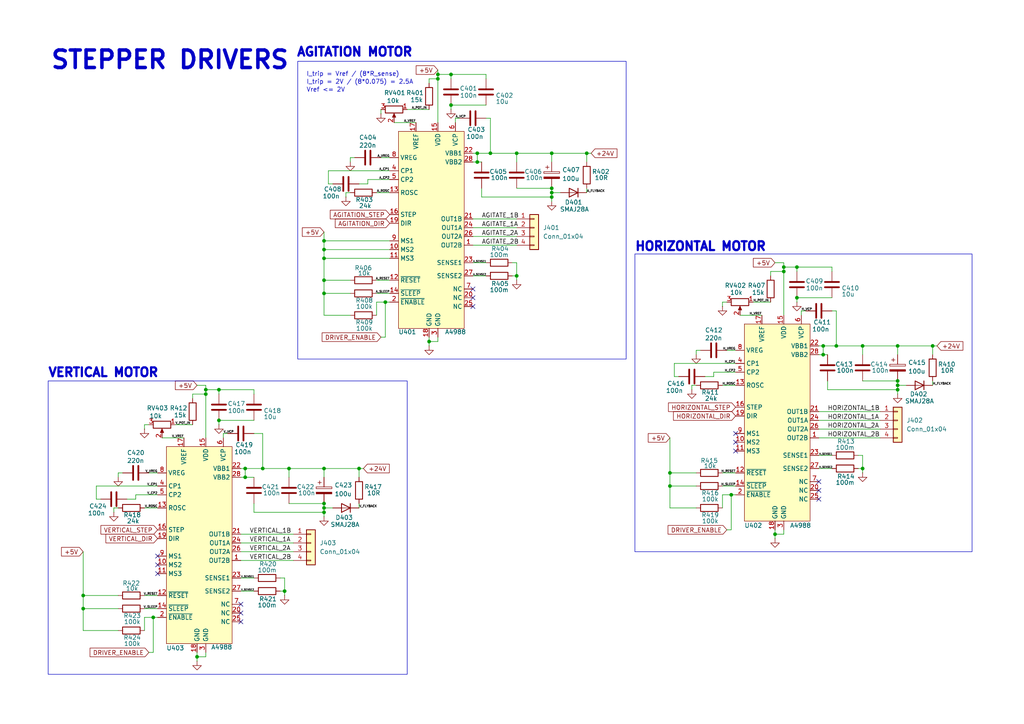
<source format=kicad_sch>
(kicad_sch (version 20250114) (generator "eeschema") (generator_version "9.0")
  (paper "A4")
  (lib_symbols
    (symbol "A4988_1"
      (property "Reference" "U" (at -7.874 20.066 0))
      (property "Value" "A4988" (at 7.366 -39.37 0))
      (symbol "A4988_1_1_1"
        (pin passive line (at -11.43 11.43 0) (length 2.54) (name "VREG") (number "8"))
        (pin input line (at -11.43 7.62 0) (length 2.54) (name "CP1") (number "4"))
        (pin input line (at -11.43 5.08 0) (length 2.54) (name "CP2") (number "5"))
        (pin input line (at -11.43 1.27 0) (length 2.54) (name "ROSC") (number "13"))
        (pin input line (at -11.43 -5.08 0) (length 2.54) (name "STEP") (number "16"))
        (pin input line (at -11.43 -7.62 0) (length 2.54) (name "DIR") (number "19"))
        (pin input line (at -11.43 -12.7 0) (length 2.54) (name "MS1") (number "9"))
        (pin input line (at -11.43 -15.24 0) (length 2.54) (name "MS2") (number "10"))
        (pin input line (at -11.43 -17.78 0) (length 2.54) (name "MS3") (number "11"))
        (pin input line (at -11.43 -24.13 0) (length 2.54) (name "~{RESET}") (number "12"))
        (pin input line (at -11.43 -27.94 0) (length 2.54) (name "~{SLEEP}") (number "14"))
        (pin input line (at -11.43 -30.48 0) (length 2.54) (name "~{ENABLE}") (number "2"))
        (pin passive line (at -3.81 21.59 270) (length 2.54) (name "VREF") (number "17"))
        (pin passive line (at 0 -40.64 90) (length 2.54) (name "GND") (number "18"))
        (pin passive line (at 0 -40.64 90) (length 2.54) (hide yes) (name "GND") (number "29"))
        (pin passive line (at 2.54 21.59 270) (length 2.54) (name "VDD") (number "15"))
        (pin passive line (at 2.54 -40.64 90) (length 2.54) (name "GND") (number "3"))
        (pin input line (at 7.62 21.59 270) (length 2.54) (name "VCP") (number "6"))
        (pin input line (at 12.7 12.7 180) (length 2.54) (name "VBB1") (number "22"))
        (pin input line (at 12.7 10.16 180) (length 2.54) (name "VBB2") (number "28"))
        (pin output line (at 12.7 -6.35 180) (length 2.54) (name "OUT1B") (number "21"))
        (pin output line (at 12.7 -8.89 180) (length 2.54) (name "OUT1A") (number "24"))
        (pin output line (at 12.7 -11.43 180) (length 2.54) (name "OUT2A") (number "26"))
        (pin output line (at 12.7 -13.97 180) (length 2.54) (name "OUT2B") (number "1"))
        (pin passive line (at 12.7 -19.05 180) (length 2.54) (name "SENSE1") (number "23"))
        (pin passive line (at 12.7 -22.86 180) (length 2.54) (name "SENSE2") (number "27"))
        (pin passive line (at 12.7 -26.67 180) (length 2.54) (name "NC") (number "7"))
        (pin passive line (at 12.7 -29.21 180) (length 2.54) (name "NC") (number "20"))
        (pin passive line (at 12.7 -31.75 180) (length 2.54) (name "NC") (number "25"))
      )
    )
    (symbol "A4988_2"
      (property "Reference" "U" (at -7.874 20.066 0))
      (property "Value" "A4988" (at 7.366 -39.37 0))
      (symbol "A4988_2_1_1"
        (pin passive line (at -11.43 11.43 0) (length 2.54) (name "VREG") (number "8"))
        (pin input line (at -11.43 7.62 0) (length 2.54) (name "CP1") (number "4"))
        (pin input line (at -11.43 5.08 0) (length 2.54) (name "CP2") (number "5"))
        (pin input line (at -11.43 1.27 0) (length 2.54) (name "ROSC") (number "13"))
        (pin input line (at -11.43 -5.08 0) (length 2.54) (name "STEP") (number "16"))
        (pin input line (at -11.43 -7.62 0) (length 2.54) (name "DIR") (number "19"))
        (pin input line (at -11.43 -12.7 0) (length 2.54) (name "MS1") (number "9"))
        (pin input line (at -11.43 -15.24 0) (length 2.54) (name "MS2") (number "10"))
        (pin input line (at -11.43 -17.78 0) (length 2.54) (name "MS3") (number "11"))
        (pin input line (at -11.43 -24.13 0) (length 2.54) (name "~{RESET}") (number "12"))
        (pin input line (at -11.43 -27.94 0) (length 2.54) (name "~{SLEEP}") (number "14"))
        (pin input line (at -11.43 -30.48 0) (length 2.54) (name "~{ENABLE}") (number "2"))
        (pin passive line (at -3.81 21.59 270) (length 2.54) (name "VREF") (number "17"))
        (pin passive line (at 0 -40.64 90) (length 2.54) (name "GND") (number "18"))
        (pin passive line (at 0 -40.64 90) (length 2.54) (hide yes) (name "GND") (number "29"))
        (pin passive line (at 2.54 21.59 270) (length 2.54) (name "VDD") (number "15"))
        (pin passive line (at 2.54 -40.64 90) (length 2.54) (name "GND") (number "3"))
        (pin input line (at 7.62 21.59 270) (length 2.54) (name "VCP") (number "6"))
        (pin input line (at 12.7 12.7 180) (length 2.54) (name "VBB1") (number "22"))
        (pin input line (at 12.7 10.16 180) (length 2.54) (name "VBB2") (number "28"))
        (pin output line (at 12.7 -6.35 180) (length 2.54) (name "OUT1B") (number "21"))
        (pin output line (at 12.7 -8.89 180) (length 2.54) (name "OUT1A") (number "24"))
        (pin output line (at 12.7 -11.43 180) (length 2.54) (name "OUT2A") (number "26"))
        (pin output line (at 12.7 -13.97 180) (length 2.54) (name "OUT2B") (number "1"))
        (pin passive line (at 12.7 -19.05 180) (length 2.54) (name "SENSE1") (number "23"))
        (pin passive line (at 12.7 -22.86 180) (length 2.54) (name "SENSE2") (number "27"))
        (pin passive line (at 12.7 -26.67 180) (length 2.54) (name "NC") (number "7"))
        (pin passive line (at 12.7 -29.21 180) (length 2.54) (name "NC") (number "20"))
        (pin passive line (at 12.7 -31.75 180) (length 2.54) (name "NC") (number "25"))
      )
    )
    (symbol "Connector_Generic:Conn_01x04" (pin_names (offset 1.016) (hide yes))
      (property "Reference" "J" (at 0 5.08 0))
      (property "Value" "Conn_01x04" (at 0 -7.62 0))
      (symbol "Conn_01x04_1_1"
        (pin passive line (at -5.08 2.54 0) (length 3.81) (name "Pin_1") (number "1"))
        (pin passive line (at -5.08 0 0) (length 3.81) (name "Pin_2") (number "2"))
        (pin passive line (at -5.08 -2.54 0) (length 3.81) (name "Pin_3") (number "3"))
        (pin passive line (at -5.08 -5.08 0) (length 3.81) (name "Pin_4") (number "4"))
      )
    )
    (symbol "Device:C" (pin_numbers (hide yes)) (pin_names (offset 0.254))
      (property "Reference" "C" (at 0.635 2.54 0))
      (property "Value" "C" (at 0.635 -2.54 0))
      (symbol "C_1_1"
        (pin passive line (at 0 3.81 270) (length 2.794) (name "~") (number "1"))
        (pin passive line (at 0 -3.81 90) (length 2.794) (name "~") (number "2"))
      )
    )
    (symbol "Device:C_Polarized" (pin_numbers (hide yes)) (pin_names (offset 0.254))
      (property "Reference" "C" (at 0.635 2.54 0))
      (property "Value" "C_Polarized" (at 0.635 -2.54 0))
      (symbol "C_Polarized_1_1"
        (pin passive line (at 0 3.81 270) (length 2.794) (name "~") (number "1"))
        (pin passive line (at 0 -3.81 90) (length 2.794) (name "~") (number "2"))
      )
    )
    (symbol "Device:D" (pin_numbers (hide yes)) (pin_names (offset 1.016) (hide yes))
      (property "Reference" "D" (at 0 2.54 0))
      (property "Value" "D" (at 0 -2.54 0))
      (symbol "D_1_1"
        (pin passive line (at -3.81 0 0) (length 2.54) (name "K") (number "1"))
        (pin passive line (at 3.81 0 180) (length 2.54) (name "A") (number "2"))
      )
    )
    (symbol "Device:R" (pin_numbers (hide yes)) (pin_names (offset 0))
      (property "Reference" "R" (at 2.032 0 90))
      (property "Value" "R" (at 0 0 90))
      (symbol "R_1_1"
        (pin passive line (at 0 3.81 270) (length 1.27) (name "~") (number "1"))
        (pin passive line (at 0 -3.81 90) (length 1.27) (name "~") (number "2"))
      )
    )
    (symbol "Device:R_Potentiometer" (pin_names (offset 1.016) (hide yes))
      (property "Reference" "RV" (at -4.445 0 90))
      (property "Value" "R_Potentiometer" (at -2.54 0 90))
      (symbol "R_Potentiometer_1_1"
        (pin passive line (at 0 3.81 270) (length 1.27) (name "1") (number "1"))
        (pin passive line (at 0 -3.81 90) (length 1.27) (name "3") (number "3"))
        (pin passive line (at 3.81 0 180) (length 1.27) (name "2") (number "2"))
      )
    )
    (symbol "a4988_symbol:A4988"
      (property "Reference" "U" (at -7.874 20.066 0))
      (property "Value" "A4988" (at 7.366 -39.37 0))
      (symbol "A4988_1_1"
        (pin passive line (at -11.43 11.43 0) (length 2.54) (name "VREG") (number "8"))
        (pin input line (at -11.43 7.62 0) (length 2.54) (name "CP1") (number "4"))
        (pin input line (at -11.43 5.08 0) (length 2.54) (name "CP2") (number "5"))
        (pin input line (at -11.43 1.27 0) (length 2.54) (name "ROSC") (number "13"))
        (pin input line (at -11.43 -5.08 0) (length 2.54) (name "STEP") (number "16"))
        (pin input line (at -11.43 -7.62 0) (length 2.54) (name "DIR") (number "19"))
        (pin input line (at -11.43 -12.7 0) (length 2.54) (name "MS1") (number "9"))
        (pin input line (at -11.43 -15.24 0) (length 2.54) (name "MS2") (number "10"))
        (pin input line (at -11.43 -17.78 0) (length 2.54) (name "MS3") (number "11"))
        (pin input line (at -11.43 -24.13 0) (length 2.54) (name "~{RESET}") (number "12"))
        (pin input line (at -11.43 -27.94 0) (length 2.54) (name "~{SLEEP}") (number "14"))
        (pin input line (at -11.43 -30.48 0) (length 2.54) (name "~{ENABLE}") (number "2"))
        (pin passive line (at -3.81 21.59 270) (length 2.54) (name "VREF") (number "17"))
        (pin passive line (at 0 -40.64 90) (length 2.54) (name "GND") (number "18"))
        (pin passive line (at 0 -40.64 90) (length 2.54) (hide yes) (name "GND") (number "29"))
        (pin passive line (at 2.54 21.59 270) (length 2.54) (name "VDD") (number "15"))
        (pin passive line (at 2.54 -40.64 90) (length 2.54) (name "GND") (number "3"))
        (pin input line (at 7.62 21.59 270) (length 2.54) (name "VCP") (number "6"))
        (pin input line (at 12.7 12.7 180) (length 2.54) (name "VBB1") (number "22"))
        (pin input line (at 12.7 10.16 180) (length 2.54) (name "VBB2") (number "28"))
        (pin output line (at 12.7 -6.35 180) (length 2.54) (name "OUT1B") (number "21"))
        (pin output line (at 12.7 -8.89 180) (length 2.54) (name "OUT1A") (number "24"))
        (pin output line (at 12.7 -11.43 180) (length 2.54) (name "OUT2A") (number "26"))
        (pin output line (at 12.7 -13.97 180) (length 2.54) (name "OUT2B") (number "1"))
        (pin passive line (at 12.7 -19.05 180) (length 2.54) (name "SENSE1") (number "23"))
        (pin passive line (at 12.7 -22.86 180) (length 2.54) (name "SENSE2") (number "27"))
        (pin passive line (at 12.7 -26.67 180) (length 2.54) (name "NC") (number "7"))
        (pin passive line (at 12.7 -29.21 180) (length 2.54) (name "NC") (number "20"))
        (pin passive line (at 12.7 -31.75 180) (length 2.54) (name "NC") (number "25"))
      )
    )
    (symbol "power:GND" (power) (pin_numbers (hide yes)) (pin_names (offset 0) (hide yes))
      (property "Value" "GND" (at 0 -3.81 0))
      (symbol "GND_1_1"
        (pin power_in line (at 0 0 270) (length 0) (name "~") (number "1"))
      )
    )
  )
  (rectangle (start 86.36 17.78) (end 181.61 104.14))
  (rectangle (start 184.15 73.66) (end 281.94 160.02))
  (rectangle (start 13.97 110.49) (end 118.11 195.58))
  (text "I_trip = Vref / (8*R_sense)" (at 102.362 21.59 0) (effects (font (size 1.27 1.27))))
  (text "Vref <= 2V" (at 94.488 26.162 0) (effects (font (size 1.27 1.27))))
  (text "VERTICAL MOTOR" (at 29.972 108.204 0) (effects (font (size 2.54 2.54) (thickness 1.016) (bold yes))))
  (text "AGITATION MOTOR" (at 102.87 15.24 0) (effects (font (size 2.54 2.54) (thickness 1.016) (bold yes))))
  (text "STEPPER DRIVERS" (at 49.276 17.526 0) (effects (font (size 5.08 5.08) (thickness 1.016) (bold yes))))
  (text "HORIZONTAL MOTOR" (at 203.2 71.628 0) (effects (font (size 2.54 2.54) (thickness 1.016) (bold yes))))
  (text "I_trip = 2V / (8*0.075) = 2.5A" (at 104.394 23.876 0) (effects (font (size 1.27 1.27))))
  (junction (at 242.57 100.33))
  (junction (at 194.31 137.16))
  (junction (at 231.14 86.36))
  (junction (at 111.76 87.63))
  (junction (at 76.2 135.89))
  (junction (at 124.46 99.06))
  (junction (at 138.43 46.99))
  (junction (at 250.19 100.33))
  (junction (at 71.12 138.43))
  (junction (at 194.31 140.97))
  (junction (at 160.02 44.45))
  (junction (at 130.81 21.59))
  (junction (at 260.35 110.49))
  (junction (at 63.5 121.92))
  (junction (at 231.14 77.47))
  (junction (at 170.18 44.45))
  (junction (at 93.98 74.93))
  (junction (at 24.13 176.53))
  (junction (at 93.98 72.39))
  (junction (at 260.35 100.33))
  (junction (at 127 21.59))
  (junction (at 270.51 100.33))
  (junction (at 130.81 30.48))
  (junction (at 238.76 100.33))
  (junction (at 227.33 77.47))
  (junction (at 160.02 54.61))
  (junction (at 93.98 146.05))
  (junction (at 59.69 114.3))
  (junction (at 83.82 135.89))
  (junction (at 238.76 102.87))
  (junction (at 149.86 80.01))
  (junction (at 82.55 171.45))
  (junction (at 93.98 69.85))
  (junction (at 149.86 44.45))
  (junction (at 138.43 44.45))
  (junction (at 224.79 154.94))
  (junction (at 212.09 143.51))
  (junction (at 93.98 135.89))
  (junction (at 93.98 85.09))
  (junction (at 44.45 179.07))
  (junction (at 142.24 44.45))
  (junction (at 93.98 148.59))
  (junction (at 160.02 55.88))
  (junction (at 160.02 57.15))
  (junction (at 250.19 135.89))
  (junction (at 63.5 113.03))
  (junction (at 260.35 111.76))
  (junction (at 93.98 81.28))
  (junction (at 260.35 113.03))
  (junction (at 93.98 147.32))
  (junction (at 227.33 78.74))
  (junction (at 71.12 135.89))
  (junction (at 57.15 190.5))
  (junction (at 127 22.86))
  (junction (at 59.69 113.03))
  (junction (at 104.14 135.89))
  (junction (at 24.13 172.72))
  (no_connect (at 237.49 139.7))
  (no_connect (at 45.72 163.83))
  (no_connect (at 213.36 130.81))
  (no_connect (at 137.16 83.82))
  (no_connect (at 137.16 86.36))
  (no_connect (at 213.36 125.73))
  (no_connect (at 213.36 128.27))
  (no_connect (at 45.72 161.29))
  (no_connect (at 137.16 88.9))
  (no_connect (at 69.85 180.34))
  (no_connect (at 45.72 166.37))
  (no_connect (at 69.85 177.8))
  (no_connect (at 237.49 144.78))
  (no_connect (at 69.85 175.26))
  (no_connect (at 237.49 142.24))
  (wire (pts (xy 43.18 123.19) (xy 41.91 123.19)))
  (wire (pts (xy 64.77 125.73) (xy 66.04 125.73)))
  (wire (pts (xy 237.49 132.08) (xy 241.3 132.08)))
  (wire (pts (xy 132.08 35.56) (xy 132.08 34.29)))
  (wire (pts (xy 93.98 148.59) (xy 93.98 149.86)))
  (wire (pts (xy 240.03 113.03) (xy 260.35 113.03)))
  (wire (pts (xy 113.03 72.39) (xy 93.98 72.39)))
  (wire (pts (xy 212.09 143.51) (xy 212.09 153.67)))
  (wire (pts (xy 231.14 77.47) (xy 231.14 78.74)))
  (wire (pts (xy 238.76 100.33) (xy 242.57 100.33)))
  (wire (pts (xy 39.37 143.51) (xy 39.37 144.78)))
  (wire (pts (xy 201.93 101.6) (xy 203.2 101.6)))
  (wire (pts (xy 27.94 140.97) (xy 27.94 144.78)))
  (wire (pts (xy 27.94 140.97) (xy 45.72 140.97)))
  (wire (pts (xy 194.31 147.32) (xy 194.31 140.97)))
  (wire (pts (xy 238.76 102.87) (xy 240.03 102.87)))
  (wire (pts (xy 170.18 44.45) (xy 170.18 46.99)))
  (wire (pts (xy 57.15 111.76) (xy 59.69 111.76)))
  (wire (pts (xy 223.52 78.74) (xy 227.33 78.74)))
  (wire (pts (xy 140.97 34.29) (xy 142.24 34.29)))
  (wire (pts (xy 209.55 87.63) (xy 209.55 88.9)))
  (wire (pts (xy 250.19 100.33) (xy 250.19 102.87)))
  (wire (pts (xy 114.3 35.56) (xy 120.65 35.56)))
  (wire (pts (xy 111.76 87.63) (xy 113.03 87.63)))
  (wire (pts (xy 201.93 147.32) (xy 194.31 147.32)))
  (wire (pts (xy 109.22 87.63) (xy 109.22 91.44)))
  (wire (pts (xy 41.91 123.19) (xy 41.91 124.46)))
  (wire (pts (xy 100.33 55.88) (xy 100.33 57.15)))
  (wire (pts (xy 39.37 143.51) (xy 45.72 143.51)))
  (wire (pts (xy 59.69 190.5) (xy 57.15 190.5)))
  (wire (pts (xy 270.51 100.33) (xy 271.78 100.33)))
  (wire (pts (xy 270.51 110.49) (xy 270.51 111.76)))
  (wire (pts (xy 130.81 30.48) (xy 130.81 31.75)))
  (wire (pts (xy 224.79 153.67) (xy 224.79 154.94)))
  (wire (pts (xy 137.16 71.12) (xy 149.86 71.12)))
  (wire (pts (xy 231.14 86.36) (xy 241.3 86.36)))
  (wire (pts (xy 170.18 44.45) (xy 171.45 44.45)))
  (wire (pts (xy 237.49 135.89) (xy 241.3 135.89)))
  (wire (pts (xy 34.29 137.16) (xy 35.56 137.16)))
  (wire (pts (xy 93.98 74.93) (xy 93.98 72.39)))
  (wire (pts (xy 76.2 125.73) (xy 76.2 135.89)))
  (wire (pts (xy 73.66 146.05) (xy 73.66 148.59)))
  (wire (pts (xy 149.86 80.01) (xy 149.86 81.28)))
  (wire (pts (xy 36.83 144.78) (xy 39.37 144.78)))
  (wire (pts (xy 209.55 137.16) (xy 213.36 137.16)))
  (wire (pts (xy 250.19 100.33) (xy 260.35 100.33)))
  (wire (pts (xy 24.13 160.02) (xy 24.13 172.72)))
  (wire (pts (xy 59.69 114.3) (xy 59.69 113.03)))
  (wire (pts (xy 41.91 172.72) (xy 45.72 172.72)))
  (wire (pts (xy 111.76 87.63) (xy 111.76 97.79)))
  (wire (pts (xy 227.33 91.44) (xy 227.33 78.74)))
  (wire (pts (xy 93.98 135.89) (xy 93.98 138.43)))
  (wire (pts (xy 194.31 140.97) (xy 194.31 137.16)))
  (wire (pts (xy 127 99.06) (xy 124.46 99.06)))
  (wire (pts (xy 104.14 146.05) (xy 104.14 147.32)))
  (wire (pts (xy 83.82 146.05) (xy 93.98 146.05)))
  (wire (pts (xy 101.6 91.44) (xy 93.98 91.44)))
  (wire (pts (xy 270.51 100.33) (xy 260.35 100.33)))
  (wire (pts (xy 34.29 147.32) (xy 33.02 147.32)))
  (wire (pts (xy 237.49 119.38) (xy 255.27 119.38)))
  (wire (pts (xy 57.15 189.23) (xy 57.15 190.5)))
  (wire (pts (xy 237.49 121.92) (xy 255.27 121.92)))
  (wire (pts (xy 250.19 135.89) (xy 250.19 137.16)))
  (wire (pts (xy 227.33 76.2) (xy 227.33 77.47)))
  (wire (pts (xy 124.46 22.86) (xy 127 22.86)))
  (wire (pts (xy 260.35 113.03) (xy 260.35 114.3)))
  (wire (pts (xy 260.35 110.49) (xy 260.35 111.76)))
  (wire (pts (xy 24.13 176.53) (xy 24.13 172.72)))
  (wire (pts (xy 43.18 137.16) (xy 45.72 137.16)))
  (wire (pts (xy 55.88 114.3) (xy 55.88 115.57)))
  (wire (pts (xy 109.22 55.88) (xy 113.03 55.88)))
  (wire (pts (xy 142.24 34.29) (xy 142.24 44.45)))
  (wire (pts (xy 224.79 154.94) (xy 224.79 156.21)))
  (wire (pts (xy 209.55 143.51) (xy 209.55 147.32)))
  (wire (pts (xy 34.29 138.43) (xy 34.29 137.16)))
  (wire (pts (xy 130.81 21.59) (xy 130.81 22.86)))
  (wire (pts (xy 82.55 167.64) (xy 82.55 171.45)))
  (wire (pts (xy 270.51 100.33) (xy 270.51 102.87)))
  (wire (pts (xy 113.03 74.93) (xy 93.98 74.93)))
  (wire (pts (xy 57.15 190.5) (xy 57.15 191.77)))
  (wire (pts (xy 106.68 52.07) (xy 113.03 52.07)))
  (wire (pts (xy 110.49 31.75) (xy 110.49 33.02)))
  (wire (pts (xy 124.46 97.79) (xy 124.46 99.06)))
  (wire (pts (xy 44.45 179.07) (xy 45.72 179.07)))
  (wire (pts (xy 113.03 69.85) (xy 93.98 69.85)))
  (wire (pts (xy 44.45 179.07) (xy 44.45 189.23)))
  (wire (pts (xy 207.01 107.95) (xy 207.01 109.22)))
  (wire (pts (xy 64.77 127) (xy 64.77 125.73)))
  (wire (pts (xy 27.94 144.78) (xy 29.21 144.78)))
  (wire (pts (xy 59.69 113.03) (xy 63.5 113.03)))
  (wire (pts (xy 127 21.59) (xy 127 22.86)))
  (wire (pts (xy 242.57 90.17) (xy 242.57 100.33)))
  (wire (pts (xy 248.92 135.89) (xy 250.19 135.89)))
  (wire (pts (xy 237.49 102.87) (xy 238.76 102.87)))
  (wire (pts (xy 248.92 132.08) (xy 250.19 132.08)))
  (wire (pts (xy 148.59 80.01) (xy 149.86 80.01)))
  (wire (pts (xy 101.6 45.72) (xy 102.87 45.72)))
  (wire (pts (xy 63.5 113.03) (xy 63.5 114.3)))
  (wire (pts (xy 160.02 55.88) (xy 160.02 57.15)))
  (wire (pts (xy 238.76 100.33) (xy 238.76 102.87)))
  (wire (pts (xy 118.11 31.75) (xy 124.46 31.75)))
  (wire (pts (xy 69.85 157.48) (xy 85.09 157.48)))
  (wire (pts (xy 93.98 72.39) (xy 93.98 69.85)))
  (wire (pts (xy 95.25 49.53) (xy 113.03 49.53)))
  (wire (pts (xy 44.45 189.23) (xy 43.18 189.23)))
  (wire (pts (xy 71.12 135.89) (xy 69.85 135.89)))
  (wire (pts (xy 71.12 138.43) (xy 73.66 138.43)))
  (wire (pts (xy 218.44 87.63) (xy 223.52 87.63)))
  (wire (pts (xy 101.6 55.88) (xy 100.33 55.88)))
  (wire (pts (xy 127 22.86) (xy 127 35.56)))
  (wire (pts (xy 138.43 46.99) (xy 139.7 46.99)))
  (wire (pts (xy 200.66 111.76) (xy 200.66 113.03)))
  (wire (pts (xy 124.46 99.06) (xy 124.46 100.33)))
  (wire (pts (xy 109.22 85.09) (xy 113.03 85.09)))
  (wire (pts (xy 127 21.59) (xy 130.81 21.59)))
  (wire (pts (xy 170.18 44.45) (xy 160.02 44.45)))
  (wire (pts (xy 142.24 44.45) (xy 149.86 44.45)))
  (wire (pts (xy 194.31 127) (xy 194.31 137.16)))
  (wire (pts (xy 137.16 66.04) (xy 149.86 66.04)))
  (wire (pts (xy 81.28 171.45) (xy 82.55 171.45)))
  (wire (pts (xy 24.13 172.72) (xy 34.29 172.72)))
  (wire (pts (xy 109.22 87.63) (xy 111.76 87.63)))
  (wire (pts (xy 101.6 46.99) (xy 101.6 45.72)))
  (wire (pts (xy 132.08 34.29) (xy 133.35 34.29)))
  (wire (pts (xy 240.03 110.49) (xy 240.03 113.03)))
  (wire (pts (xy 212.09 153.67) (xy 210.82 153.67)))
  (wire (pts (xy 238.76 100.33) (xy 237.49 100.33)))
  (wire (pts (xy 73.66 113.03) (xy 73.66 114.3)))
  (wire (pts (xy 73.66 148.59) (xy 93.98 148.59)))
  (wire (pts (xy 69.85 160.02) (xy 85.09 160.02)))
  (wire (pts (xy 93.98 81.28) (xy 93.98 74.93)))
  (wire (pts (xy 69.85 162.56) (xy 85.09 162.56)))
  (wire (pts (xy 210.82 87.63) (xy 209.55 87.63)))
  (wire (pts (xy 69.85 154.94) (xy 85.09 154.94)))
  (wire (pts (xy 195.58 109.22) (xy 196.85 109.22)))
  (wire (pts (xy 160.02 54.61) (xy 160.02 55.88)))
  (wire (pts (xy 93.98 146.05) (xy 93.98 147.32)))
  (wire (pts (xy 81.28 167.64) (xy 82.55 167.64)))
  (wire (pts (xy 95.25 53.34) (xy 96.52 53.34)))
  (wire (pts (xy 59.69 111.76) (xy 59.69 113.03)))
  (wire (pts (xy 227.33 154.94) (xy 224.79 154.94)))
  (wire (pts (xy 194.31 140.97) (xy 201.93 140.97)))
  (wire (pts (xy 231.14 77.47) (xy 241.3 77.47)))
  (wire (pts (xy 95.25 49.53) (xy 95.25 53.34)))
  (wire (pts (xy 69.85 171.45) (xy 73.66 171.45)))
  (wire (pts (xy 104.14 135.89) (xy 104.14 138.43)))
  (wire (pts (xy 104.14 135.89) (xy 93.98 135.89)))
  (wire (pts (xy 24.13 176.53) (xy 34.29 176.53)))
  (wire (pts (xy 59.69 127) (xy 59.69 114.3)))
  (wire (pts (xy 138.43 44.45) (xy 142.24 44.45)))
  (wire (pts (xy 110.49 45.72) (xy 113.03 45.72)))
  (wire (pts (xy 140.97 21.59) (xy 140.97 22.86)))
  (wire (pts (xy 33.02 147.32) (xy 33.02 148.59)))
  (wire (pts (xy 46.99 127) (xy 53.34 127)))
  (wire (pts (xy 93.98 147.32) (xy 96.52 147.32)))
  (wire (pts (xy 109.22 81.28) (xy 113.03 81.28)))
  (wire (pts (xy 195.58 105.41) (xy 195.58 109.22)))
  (wire (pts (xy 241.3 77.47) (xy 241.3 78.74)))
  (wire (pts (xy 83.82 135.89) (xy 93.98 135.89)))
  (wire (pts (xy 149.86 54.61) (xy 160.02 54.61)))
  (wire (pts (xy 63.5 113.03) (xy 73.66 113.03)))
  (wire (pts (xy 63.5 121.92) (xy 63.5 123.19)))
  (wire (pts (xy 63.5 121.92) (xy 73.66 121.92)))
  (wire (pts (xy 83.82 135.89) (xy 83.82 138.43)))
  (wire (pts (xy 104.14 53.34) (xy 106.68 53.34)))
  (wire (pts (xy 41.91 176.53) (xy 45.72 176.53)))
  (wire (pts (xy 139.7 57.15) (xy 160.02 57.15)))
  (wire (pts (xy 139.7 54.61) (xy 139.7 57.15)))
  (wire (pts (xy 212.09 143.51) (xy 213.36 143.51)))
  (wire (pts (xy 93.98 147.32) (xy 93.98 148.59)))
  (wire (pts (xy 69.85 167.64) (xy 73.66 167.64)))
  (wire (pts (xy 210.82 101.6) (xy 213.36 101.6)))
  (wire (pts (xy 24.13 182.88) (xy 24.13 176.53)))
  (wire (pts (xy 138.43 44.45) (xy 138.43 46.99)))
  (wire (pts (xy 93.98 85.09) (xy 93.98 81.28)))
  (wire (pts (xy 34.29 182.88) (xy 24.13 182.88)))
  (wire (pts (xy 237.49 127) (xy 255.27 127)))
  (wire (pts (xy 232.41 91.44) (xy 232.41 90.17)))
  (wire (pts (xy 227.33 77.47) (xy 231.14 77.47)))
  (wire (pts (xy 201.93 111.76) (xy 200.66 111.76)))
  (wire (pts (xy 231.14 86.36) (xy 231.14 87.63)))
  (wire (pts (xy 41.91 179.07) (xy 44.45 179.07)))
  (wire (pts (xy 149.86 76.2) (xy 149.86 80.01)))
  (wire (pts (xy 194.31 137.16) (xy 201.93 137.16)))
  (wire (pts (xy 41.91 147.32) (xy 45.72 147.32)))
  (wire (pts (xy 93.98 85.09) (xy 101.6 85.09)))
  (wire (pts (xy 104.14 135.89) (xy 105.41 135.89)))
  (wire (pts (xy 73.66 125.73) (xy 76.2 125.73)))
  (wire (pts (xy 209.55 143.51) (xy 212.09 143.51)))
  (wire (pts (xy 137.16 63.5) (xy 149.86 63.5)))
  (wire (pts (xy 137.16 80.01) (xy 140.97 80.01)))
  (wire (pts (xy 69.85 138.43) (xy 71.12 138.43)))
  (wire (pts (xy 209.55 140.97) (xy 213.36 140.97)))
  (wire (pts (xy 55.88 114.3) (xy 59.69 114.3)))
  (wire (pts (xy 201.93 102.87) (xy 201.93 101.6)))
  (wire (pts (xy 50.8 123.19) (xy 55.88 123.19)))
  (wire (pts (xy 170.18 54.61) (xy 170.18 55.88)))
  (wire (pts (xy 250.19 132.08) (xy 250.19 135.89)))
  (wire (pts (xy 59.69 189.23) (xy 59.69 190.5)))
  (wire (pts (xy 71.12 135.89) (xy 76.2 135.89)))
  (wire (pts (xy 82.55 171.45) (xy 82.55 172.72)))
  (wire (pts (xy 124.46 24.13) (xy 124.46 22.86)))
  (wire (pts (xy 130.81 21.59) (xy 140.97 21.59)))
  (wire (pts (xy 232.41 90.17) (xy 233.68 90.17)))
  (wire (pts (xy 209.55 111.76) (xy 213.36 111.76)))
  (wire (pts (xy 127 97.79) (xy 127 99.06)))
  (wire (pts (xy 160.02 57.15) (xy 160.02 58.42)))
  (wire (pts (xy 110.49 97.79) (xy 111.76 97.79)))
  (wire (pts (xy 130.81 30.48) (xy 140.97 30.48)))
  (wire (pts (xy 207.01 107.95) (xy 213.36 107.95)))
  (wire (pts (xy 250.19 110.49) (xy 260.35 110.49)))
  (wire (pts (xy 224.79 76.2) (xy 227.33 76.2)))
  (wire (pts (xy 93.98 67.31) (xy 93.98 69.85)))
  (wire (pts (xy 149.86 44.45) (xy 160.02 44.45)))
  (wire (pts (xy 160.02 55.88) (xy 162.56 55.88)))
  (wire (pts (xy 260.35 111.76) (xy 262.89 111.76)))
  (wire (pts (xy 223.52 78.74) (xy 223.52 80.01)))
  (wire (pts (xy 160.02 44.45) (xy 160.02 46.99)))
  (wire (pts (xy 137.16 76.2) (xy 140.97 76.2)))
  (wire (pts (xy 137.16 46.99) (xy 138.43 46.99)))
  (wire (pts (xy 148.59 76.2) (xy 149.86 76.2)))
  (wire (pts (xy 237.49 124.46) (xy 255.27 124.46)))
  (wire (pts (xy 260.35 100.33) (xy 260.35 102.87)))
  (wire (pts (xy 137.16 68.58) (xy 149.86 68.58)))
  (wire (pts (xy 93.98 81.28) (xy 101.6 81.28)))
  (wire (pts (xy 195.58 105.41) (xy 213.36 105.41)))
  (wire (pts (xy 76.2 135.89) (xy 83.82 135.89)))
  (wire (pts (xy 260.35 111.76) (xy 260.35 113.03)))
  (wire (pts (xy 214.63 91.44) (xy 220.98 91.44)))
  (wire (pts (xy 138.43 44.45) (xy 137.16 44.45)))
  (wire (pts (xy 41.91 179.07) (xy 41.91 182.88)))
  (wire (pts (xy 241.3 90.17) (xy 242.57 90.17)))
  (wire (pts (xy 227.33 78.74) (xy 227.33 77.47)))
  (wire (pts (xy 242.57 100.33) (xy 250.19 100.33)))
  (wire (pts (xy 204.47 109.22) (xy 207.01 109.22)))
  (wire (pts (xy 227.33 153.67) (xy 227.33 154.94)))
  (wire (pts (xy 93.98 91.44) (xy 93.98 85.09)))
  (wire (pts (xy 149.86 44.45) (xy 149.86 46.99)))
  (wire (pts (xy 127 20.32) (xy 127 21.59)))
  (wire (pts (xy 106.68 52.07) (xy 106.68 53.34)))
  (wire (pts (xy 71.12 135.89) (xy 71.12 138.43)))
  (label "V_CP2" (at 45.72 143.51 180) (effects (font (size 0.635 0.635))))
  (label "H_RESET" (at 213.36 137.16 180) (effects (font (size 0.635 0.635))))
  (label "AGITATE_2B" (at 139.7 71.12 0))
  (label "VERTICAL_2A" (at 72.39 160.02 0))
  (label "HORIZONTAL_1B" (at 240.03 119.38 0))
  (label "AGITATE_1A" (at 139.7 66.04 0))
  (label "V_RESET" (at 45.72 172.72 180) (effects (font (size 0.635 0.635))))
  (label "H_SENSE2" (at 237.49 135.89 0) (effects (font (size 0.508 0.508))))
  (label "H_SLEEP" (at 213.36 140.97 180) (effects (font (size 0.635 0.635))))
  (label "A_SENSE2" (at 137.16 80.01 0) (effects (font (size 0.508 0.508))))
  (label "V_VCP" (at 64.77 125.73 0) (effects (font (size 0.635 0.635))))
  (label "V_FLYBACK" (at 104.14 147.32 0) (effects (font (size 0.635 0.635))))
  (label "A_CP1" (at 113.03 49.53 180) (effects (font (size 0.635 0.635))))
  (label "HORIZONTAL_2B" (at 240.03 127 0))
  (label "A_POT_IN" (at 119.38 31.75 0) (effects (font (size 0.635 0.635))))
  (label "H_CP1" (at 213.36 105.41 180) (effects (font (size 0.635 0.635))))
  (label "H_VREG" (at 213.36 101.6 180) (effects (font (size 0.635 0.635))))
  (label "A_SENSE1" (at 137.16 76.2 0) (effects (font (size 0.508 0.508))))
  (label "VERTICAL_1A" (at 72.39 157.48 0))
  (label "A_RESET" (at 113.03 81.28 180) (effects (font (size 0.635 0.635))))
  (label "V_ROSC" (at 45.72 147.32 180) (effects (font (size 0.635 0.635))))
  (label "V_SENSE1" (at 69.85 167.64 0) (effects (font (size 0.508 0.508))))
  (label "AGITATE_2A" (at 139.7 68.58 0))
  (label "V_VREG" (at 45.72 137.16 180) (effects (font (size 0.635 0.635))))
  (label "H_CP2" (at 213.36 107.95 180) (effects (font (size 0.635 0.635))))
  (label "A_VREG" (at 113.03 45.72 180) (effects (font (size 0.635 0.635))))
  (label "V_VREF" (at 53.34 127 180) (effects (font (size 0.635 0.635))))
  (label "A_SLEEP" (at 113.03 85.09 180) (effects (font (size 0.635 0.635))))
  (label "VERTICAL_1B" (at 72.39 154.94 0))
  (label "VERTICAL_2B" (at 72.39 162.56 0))
  (label "A_ROSC" (at 113.03 55.88 180) (effects (font (size 0.635 0.635))))
  (label "A_VREF" (at 120.65 35.56 180) (effects (font (size 0.635 0.635))))
  (label "HORIZONTAL_2A" (at 240.03 124.46 0))
  (label "V_CP1" (at 45.72 140.97 180) (effects (font (size 0.635 0.635))))
  (label "A_VCP" (at 132.08 34.29 0) (effects (font (size 0.635 0.635))))
  (label "AGITATE_1B" (at 139.7 63.5 0))
  (label "A_CP2" (at 113.03 52.07 180) (effects (font (size 0.635 0.635))))
  (label "A_FLYBACK" (at 170.18 55.88 0) (effects (font (size 0.635 0.635))))
  (label "V_POT_IN" (at 50.8 123.19 0) (effects (font (size 0.635 0.635))))
  (label "H_VCP" (at 232.41 90.17 0) (effects (font (size 0.635 0.635))))
  (label "H_POT_IN" (at 218.44 87.63 0) (effects (font (size 0.635 0.635))))
  (label "V_SLEEP" (at 45.72 176.53 180) (effects (font (size 0.635 0.635))))
  (label "H_VREF" (at 220.98 91.44 180) (effects (font (size 0.635 0.635))))
  (label "HORIZONTAL_1A" (at 240.03 121.92 0))
  (label "H_ROSC" (at 213.36 111.76 180) (effects (font (size 0.635 0.635))))
  (label "V_SENSE2" (at 69.85 171.45 0) (effects (font (size 0.508 0.508))))
  (label "H_FLYBACK" (at 270.51 111.76 0) (effects (font (size 0.635 0.635))))
  (label "H_SENSE1" (at 237.49 132.08 0) (effects (font (size 0.508 0.508))))
  (global_label "+5V" (shape input) (at 194.31 127 180) (property "Intersheetrefs" "${INTERSHEET_REFS}" (effects (hide yes))))
  (global_label "+24V" (shape input) (at 171.45 44.45 0) (property "Intersheetrefs" "${INTERSHEET_REFS}" (effects (hide yes))))
  (global_label "VERTICAL_DIR" (shape input) (at 45.72 156.21 180) (property "Intersheetrefs" "${INTERSHEET_REFS}" (effects (hide yes))))
  (global_label "+5V" (shape input) (at 57.15 111.76 180) (property "Intersheetrefs" "${INTERSHEET_REFS}" (effects (hide yes))))
  (global_label "+24V" (shape input) (at 271.78 100.33 0) (property "Intersheetrefs" "${INTERSHEET_REFS}" (effects (hide yes))))
  (global_label "DRIVER_ENABLE" (shape input) (at 210.82 153.67 180) (property "Intersheetrefs" "${INTERSHEET_REFS}" (effects (hide yes))))
  (global_label "AGITATION_STEP" (shape input) (at 113.03 62.23 180) (property "Intersheetrefs" "${INTERSHEET_REFS}" (effects (hide yes))))
  (global_label "+5V" (shape input) (at 224.79 76.2 180) (property "Intersheetrefs" "${INTERSHEET_REFS}" (effects (hide yes))))
  (global_label "HORIZONTAL_DIR" (shape input) (at 213.36 120.65 180) (property "Intersheetrefs" "${INTERSHEET_REFS}" (effects (hide yes))))
  (global_label "+5V" (shape input) (at 127 20.32 180) (property "Intersheetrefs" "${INTERSHEET_REFS}" (effects (hide yes))))
  (global_label "AGITATION_DIR" (shape input) (at 113.03 64.77 180) (property "Intersheetrefs" "${INTERSHEET_REFS}" (effects (hide yes))))
  (global_label "VERTICAL_STEP" (shape input) (at 45.72 153.67 180) (property "Intersheetrefs" "${INTERSHEET_REFS}" (effects (hide yes))))
  (global_label "DRIVER_ENABLE" (shape input) (at 110.49 97.79 180) (property "Intersheetrefs" "${INTERSHEET_REFS}" (effects (hide yes))))
  (global_label "+5V" (shape input) (at 93.98 67.31 180) (property "Intersheetrefs" "${INTERSHEET_REFS}" (effects (hide yes))))
  (global_label "+24V" (shape input) (at 105.41 135.89 0) (property "Intersheetrefs" "${INTERSHEET_REFS}" (effects (hide yes))))
  (global_label "DRIVER_ENABLE" (shape input) (at 43.18 189.23 180) (property "Intersheetrefs" "${INTERSHEET_REFS}" (effects (hide yes))))
  (global_label "HORIZONTAL_STEP" (shape input) (at 213.36 118.11 180) (property "Intersheetrefs" "${INTERSHEET_REFS}" (effects (hide yes))))
  (global_label "+5V" (shape input) (at 24.13 160.02 180) (property "Intersheetrefs" "${INTERSHEET_REFS}" (effects (hide yes))))
  (symbol (lib_id "power:GND") (at 209.55 88.9 0) (unit 1)
    (property "Reference" "#PWR0408" (effects (hide yes)))
    (property "Value" "GND" (effects (hide yes)))
    (property "Description" "Power symbol creates a global label with name \"GND\" , ground" (effects (hide yes)))
  )
  (symbol (lib_id "Device:R") (at 245.11 132.08 90) (unit 1)
    (property "Reference" "R413" (at 245.364 128.016 90))
    (property "Value" "100m" (at 245.11 129.794 90))
    (property "Footprint" "Resistor_SMD:R_1206_3216Metric" (effects (hide yes)))
    (property "Description" "Resistor" (effects (hide yes)))
    (property "Manufacturer" "TA-I Tech" (effects (hide yes)))
    (property "MPN" "RL12FTNR100" (effects (hide yes)))
    (property "LCSC Part Number" "C188071" (effects (hide yes)))
  )
  (symbol (lib_id "power:GND") (at 200.66 113.03 0) (unit 1)
    (property "Reference" "#PWR0411" (effects (hide yes)))
    (property "Value" "GND" (effects (hide yes)))
    (property "Description" "Power symbol creates a global label with name \"GND\" , ground" (effects (hide yes)))
  )
  (symbol (lib_id "Device:R_Potentiometer") (at 114.3 31.75 270) (unit 1)
    (property "Reference" "RV401" (at 117.602 26.924 90) (effects (justify right)))
    (property "Value" "10k" (at 115.824 29.21 90) (effects (justify right)))
    (property "Footprint" "Potentiometer_SMD:Potentiometer_Bourns_3314J_Vertical" (effects (hide yes)))
    (property "Description" "Potentiometer" (effects (hide yes)))
    (property "Manufacturer" "BOURNS" (effects (hide yes)))
    (property "MPN" "3314J-1-103E" (effects (hide yes)))
    (property "LCSC Part Number" "C36376" (effects (hide yes)))
  )
  (symbol (lib_id "Device:R") (at 105.41 81.28 90) (unit 1)
    (property "Reference" "R406" (at 107.95 77.724 90) (effects (justify left)))
    (property "Value" "10k" (at 107.442 79.248 90) (effects (justify left)))
    (property "Footprint" "Resistor_SMD:R_0603_1608Metric" (effects (hide yes)))
    (property "Description" "Resistor" (effects (hide yes)))
    (property "Manufacturer" "UNI-ROYAL(Uniroyal Elec)" (effects (hide yes)))
    (property "MPN" "0603WAF1002T5E" (effects (hide yes)))
    (property "LCSC Part Number" "C25804" (effects (hide yes)))
  )
  (symbol (lib_id "power:GND") (at 57.15 191.77 0) (unit 1)
    (property "Reference" "#PWR0421" (effects (hide yes)))
    (property "Value" "GND" (effects (hide yes)))
    (property "Description" "Power symbol creates a global label with name \"GND\" , ground" (effects (hide yes)))
  )
  (symbol (lib_id "Device:R") (at 205.74 140.97 90) (unit 1)
    (property "Reference" "R416" (at 205.994 143.002 90))
    (property "Value" "100k" (at 205.994 144.78 90))
    (property "Footprint" "Resistor_SMD:R_0603_1608Metric" (effects (hide yes)))
    (property "Description" "Resistor" (effects (hide yes)))
    (property "Manufacturer" "UNI-ROYAL(Uniroyal Elec)" (effects (hide yes)))
    (property "MPN" "0603WAF1003T5E" (effects (hide yes)))
    (property "LCSC Part Number" "C25803" (effects (hide yes)))
  )
  (symbol (lib_id "power:GND") (at 160.02 58.42 0) (unit 1)
    (property "Reference" "#PWR0405" (effects (hide yes)))
    (property "Value" "GND" (effects (hide yes)))
    (property "Description" "Power symbol creates a global label with name \"GND\" , ground" (effects (hide yes)))
  )
  (symbol (lib_id "Device:C") (at 207.01 101.6 270) (unit 1)
    (property "Reference" "C412" (at 204.47 95.758 90) (effects (justify left)))
    (property "Value" "220n" (at 204.47 98.044 90) (effects (justify left)))
    (property "Footprint" "Capacitor_SMD:C_0805_2012Metric" (effects (hide yes)))
    (property "Description" "Unpolarized capacitor" (effects (hide yes)))
    (property "Manufacturer" "Samsung Electro-Mechanics" (effects (hide yes)))
    (property "MPN" "CL21B224KBFNNNE" (effects (hide yes)))
    (property "LCSC Part Number" "C5378" (effects (hide yes)))
  )
  (symbol (lib_id "Device:R_Potentiometer") (at 46.99 123.19 270) (unit 1)
    (property "Reference" "RV403" (at 48.768 118.364 90) (effects (justify right)))
    (property "Value" "10k" (at 46.99 120.65 90) (effects (justify right)))
    (property "Footprint" "Potentiometer_SMD:Potentiometer_Bourns_3314J_Vertical" (effects (hide yes)))
    (property "Description" "Potentiometer" (effects (hide yes)))
    (property "Manufacturer" "BOURNS" (effects (hide yes)))
    (property "MPN" "3314J-1-103E" (effects (hide yes)))
    (property "LCSC Part Number" "C36376" (effects (hide yes)))
  )
  (symbol (lib_id "power:GND") (at 124.46 100.33 0) (unit 1)
    (property "Reference" "#PWR0409" (effects (hide yes)))
    (property "Value" "GND" (effects (hide yes)))
    (property "Description" "Power symbol creates a global label with name \"GND\" , ground" (effects (hide yes)))
  )
  (symbol (lib_id "Device:C") (at 140.97 26.67 0) (unit 1)
    (property "Reference" "C402" (at 143.764 27.686 0) (effects (justify left)))
    (property "Value" "10u" (at 143.764 29.464 0) (effects (justify left)))
    (property "Footprint" "Capacitor_SMD:C_0603_1608Metric" (effects (hide yes)))
    (property "Description" "Unpolarized capacitor" (effects (hide yes)))
    (property "Manufacturer" "Samsung Electro-Mechanics" (effects (hide yes)))
    (property "MPN" "CL10A106MA8NRNC" (effects (hide yes)))
    (property "LCSC Part Number" "C96446" (effects (hide yes)))
  )
  (symbol (lib_id "Device:R") (at 223.52 83.82 180) (unit 1)
    (property "Reference" "R407" (at 221.996 82.804 0) (effects (justify left)))
    (property "Value" "15k" (at 221.742 84.836 0) (effects (justify left)))
    (property "Footprint" "Resistor_SMD:R_0603_1608Metric" (effects (hide yes)))
    (property "Description" "Resistor" (effects (hide yes)))
    (property "Manufacturer" "UNI-ROYAL(Uniroyal Elec)" (effects (hide yes)))
    (property "MPN" "0603WAF1502T5E" (effects (hide yes)))
    (property "LCSC Part Number" "C22809" (effects (hide yes)))
  )
  (symbol (lib_id "a4988_symbol:A4988") (at 57.15 148.59 0) (unit 1)
    (property "Reference" "U403" (at 48.26 187.96 0) (effects (justify left)))
    (property "Value" "A4988" (at 61.214 187.706 0) (effects (justify left)))
    (property "Footprint" "Package_DFN_QFN:QFN-28-1EP_5x5mm_P0.5mm_EP3.25x3.25mm_ThermalVias" (effects (hide yes)))
    (property "Datasheet" "kicad-embed://A4988-Datasheet.pdf" (effects (hide yes)))
    (property "Manufacturer" "Allegro MicroSystems, LLC" (effects (hide yes)))
    (property "MPN" "A4988SETTR-T" (effects (hide yes)))
    (property "LCSC Part Number" "C38437" (effects (hide yes)))
  )
  (symbol (lib_id "Device:R") (at 38.1 172.72 90) (unit 1)
    (property "Reference" "R422" (at 40.64 169.164 90) (effects (justify left)))
    (property "Value" "10k" (at 40.132 170.688 90) (effects (justify left)))
    (property "Footprint" "Resistor_SMD:R_0603_1608Metric" (effects (hide yes)))
    (property "Description" "Resistor" (effects (hide yes)))
    (property "Manufacturer" "UNI-ROYAL(Uniroyal Elec)" (effects (hide yes)))
    (property "MPN" "0603WAF1002T5E" (effects (hide yes)))
    (property "LCSC Part Number" "C25804" (effects (hide yes)))
  )
  (symbol (lib_id "power:GND") (at 260.35 114.3 0) (unit 1)
    (property "Reference" "#PWR0412" (effects (hide yes)))
    (property "Value" "GND" (effects (hide yes)))
    (property "Description" "Power symbol creates a global label with name \"GND\" , ground" (effects (hide yes)))
  )
  (symbol (lib_id "power:GND") (at 224.79 156.21 0) (unit 1)
    (property "Reference" "#PWR0419" (effects (hide yes)))
    (property "Value" "GND" (effects (hide yes)))
    (property "Description" "Power symbol creates a global label with name \"GND\" , ground" (effects (hide yes)))
  )
  (symbol (lib_id "power:GND") (at 101.6 46.99 0) (unit 1)
    (property "Reference" "#PWR0403" (effects (hide yes)))
    (property "Value" "GND" (effects (hide yes)))
    (property "Description" "Power symbol creates a global label with name \"GND\" , ground" (effects (hide yes)))
  )
  (symbol (lib_id "power:GND") (at 34.29 138.43 0) (unit 1)
    (property "Reference" "#PWR0416" (effects (hide yes)))
    (property "Value" "GND" (effects (hide yes)))
    (property "Description" "Power symbol creates a global label with name \"GND\" , ground" (effects (hide yes)))
  )
  (symbol (lib_id "Device:C") (at 137.16 34.29 90) (unit 1)
    (property "Reference" "C403" (at 140.716 37.592 90) (effects (justify left)))
    (property "Value" "100n" (at 140.208 39.624 90) (effects (justify left)))
    (property "Footprint" "Capacitor_SMD:C_0603_1608Metric" (effects (hide yes)))
    (property "Description" "Unpolarized capacitor" (effects (hide yes)))
    (property "Manufacturer" "YAGEO" (effects (hide yes)))
    (property "MPN" "CC0603KRX7R9BB104" (effects (hide yes)))
    (property "LCSC Part Number" "C14663" (effects (hide yes)))
  )
  (symbol (lib_id "Device:C") (at 241.3 82.55 0) (unit 1)
    (property "Reference" "C410" (at 244.094 83.566 0) (effects (justify left)))
    (property "Value" "10u" (at 244.094 85.344 0) (effects (justify left)))
    (property "Footprint" "Capacitor_SMD:C_0603_1608Metric" (effects (hide yes)))
    (property "Description" "Unpolarized capacitor" (effects (hide yes)))
    (property "Manufacturer" "Samsung Electro-Mechanics" (effects (hide yes)))
    (property "MPN" "CL10A106MA8NRNC" (effects (hide yes)))
    (property "LCSC Part Number" "C96446" (effects (hide yes)))
  )
  (symbol (lib_id "Device:R") (at 144.78 80.01 90) (unit 1)
    (property "Reference" "R405" (at 145.034 82.296 90))
    (property "Value" "100m" (at 144.78 84.074 90))
    (property "Footprint" "Resistor_SMD:R_1206_3216Metric" (effects (hide yes)))
    (property "Description" "Resistor" (effects (hide yes)))
    (property "Manufacturer" "TA-I Tech" (effects (hide yes)))
    (property "MPN" "RL12FTNR100" (effects (hide yes)))
    (property "LCSC Part Number" "C188071" (effects (hide yes)))
  )
  (symbol (lib_id "power:GND") (at 250.19 137.16 0) (unit 1)
    (property "Reference" "#PWR0415" (effects (hide yes)))
    (property "Value" "GND" (effects (hide yes)))
    (property "Description" "Power symbol creates a global label with name \"GND\" , ground" (effects (hide yes)))
  )
  (symbol (lib_id "Device:R") (at 77.47 167.64 90) (unit 1)
    (property "Reference" "R420" (at 77.724 163.576 90))
    (property "Value" "100m" (at 77.47 165.354 90))
    (property "Footprint" "Resistor_SMD:R_1206_3216Metric" (effects (hide yes)))
    (property "Description" "Resistor" (effects (hide yes)))
    (property "Manufacturer" "TA-I Tech" (effects (hide yes)))
    (property "MPN" "RL12FTNR100" (effects (hide yes)))
    (property "LCSC Part Number" "C188071" (effects (hide yes)))
  )
  (symbol (lib_id "Device:C") (at 100.33 53.34 90) (unit 1)
    (property "Reference" "C408" (at 99.06 54.864 90) (effects (justify left)))
    (property "Value" "100n" (at 98.552 56.896 90) (effects (justify left)))
    (property "Footprint" "Capacitor_SMD:C_0603_1608Metric" (effects (hide yes)))
    (property "Description" "Unpolarized capacitor" (effects (hide yes)))
    (property "Manufacturer" "YAGEO" (effects (hide yes)))
    (property "MPN" "CC0603KRX7R9BB104" (effects (hide yes)))
    (property "LCSC Part Number" "C14663" (effects (hide yes)))
  )
  (symbol (lib_id "Device:R") (at 205.74 147.32 90) (unit 1)
    (property "Reference" "R419" (at 205.994 149.352 90))
    (property "Value" "100k" (at 205.994 151.13 90))
    (property "Footprint" "Resistor_SMD:R_0603_1608Metric" (effects (hide yes)))
    (property "Description" "Resistor" (effects (hide yes)))
    (property "Manufacturer" "UNI-ROYAL(Uniroyal Elec)" (effects (hide yes)))
    (property "MPN" "0603WAF1003T5E" (effects (hide yes)))
    (property "LCSC Part Number" "C25803" (effects (hide yes)))
  )
  (symbol (lib_id "Device:C") (at 69.85 125.73 90) (unit 1)
    (property "Reference" "C419" (at 73.406 129.032 90) (effects (justify left)))
    (property "Value" "100n" (at 72.898 131.064 90) (effects (justify left)))
    (property "Footprint" "Capacitor_SMD:C_0603_1608Metric" (effects (hide yes)))
    (property "Description" "Unpolarized capacitor" (effects (hide yes)))
    (property "Manufacturer" "YAGEO" (effects (hide yes)))
    (property "MPN" "CC0603KRX7R9BB104" (effects (hide yes)))
    (property "LCSC Part Number" "C14663" (effects (hide yes)))
  )
  (symbol (lib_id "Device:C") (at 83.82 142.24 180) (unit 1)
    (property "Reference" "C422" (at 91.186 141.224 0) (effects (justify left)))
    (property "Value" "100n" (at 91.44 143.002 0) (effects (justify left)))
    (property "Footprint" "Capacitor_SMD:C_0603_1608Metric" (effects (hide yes)))
    (property "Description" "Unpolarized capacitor" (effects (hide yes)))
    (property "Manufacturer" "YAGEO" (effects (hide yes)))
    (property "MPN" "CC0603KRX7R9BB104" (effects (hide yes)))
    (property "LCSC Part Number" "C14663" (effects (hide yes)))
  )
  (symbol (lib_id "power:GND") (at 33.02 148.59 0) (unit 1)
    (property "Reference" "#PWR0417" (effects (hide yes)))
    (property "Value" "GND" (effects (hide yes)))
    (property "Description" "Power symbol creates a global label with name \"GND\" , ground" (effects (hide yes)))
  )
  (symbol (lib_id "Device:R") (at 270.51 106.68 0) (unit 1)
    (property "Reference" "R410" (at 272.034 105.664 0) (effects (justify left)))
    (property "Value" "10R" (at 272.796 107.442 0) (effects (justify left)))
    (property "Footprint" "Resistor_SMD:R_0603_1608Metric" (effects (hide yes)))
    (property "Description" "Resistor" (effects (hide yes)))
    (property "Manufacturer" "UNI-ROYAL(Uniroyal Elec)" (effects (hide yes)))
    (property "MPN" "0603WAF100JT5E" (effects (hide yes)))
    (property "LCSC Part Number" "C22859" (effects (hide yes)))
  )
  (symbol (lib_id "Device:R") (at 124.46 27.94 180) (unit 1)
    (property "Reference" "R401" (at 122.936 26.924 0) (effects (justify left)))
    (property "Value" "15k" (at 122.682 28.956 0) (effects (justify left)))
    (property "Footprint" "Resistor_SMD:R_0603_1608Metric" (effects (hide yes)))
    (property "Description" "Resistor" (effects (hide yes)))
    (property "Manufacturer" "UNI-ROYAL(Uniroyal Elec)" (effects (hide yes)))
    (property "MPN" "0603WAF1502T5E" (effects (hide yes)))
    (property "LCSC Part Number" "C22809" (effects (hide yes)))
  )
  (symbol (lib_id "Device:C_Polarized") (at 160.02 50.8 0) (unit 1)
    (property "Reference" "C407" (at 163.068 49.276 0) (effects (justify left)))
    (property "Value" "100u" (at 163.068 51.816 0) (effects (justify left)))
    (property "Footprint" "Capacitor_SMD:CP_Elec_6.3x7.7" (effects (hide yes)))
    (property "Description" "Polarized capacitor" (effects (hide yes)))
    (property "Manufacturer" "Honor Elec" (effects (hide yes)))
    (property "MPN" "RVT1V101M0607" (effects (hide yes)))
    (property "LCSC Part Number" "C3339" (effects (hide yes)))
  )
  (symbol (lib_id "Device:D") (at 166.37 55.88 180) (unit 1)
    (property "Reference" "D401" (at 166.37 58.674 0))
    (property "Value" "SMAJ28A" (at 166.624 60.706 0))
    (property "Footprint" "Diode_SMD:D_SMA" (effects (hide yes)))
    (property "Description" "Diode" (effects (hide yes)))
    (property "Sim.Device" "D" (effects (hide yes)))
    (property "Sim.Pins" "1=K 2=A" (effects (hide yes)))
    (property "Manufacturer" "Littelfuse" (effects (hide yes)))
    (property "MPN" "SMAJ28A" (effects (hide yes)))
    (property "LCSC Part Number" "C148227" (effects (hide yes)))
  )
  (symbol (lib_id "Device:C") (at 63.5 118.11 180) (unit 1)
    (property "Reference" "C417" (at 68.58 117.094 0))
    (property "Value" "100n" (at 68.58 119.126 0))
    (property "Footprint" "Capacitor_SMD:C_0402_1005Metric" (effects (hide yes)))
    (property "Description" "Unpolarized capacitor" (effects (hide yes)))
    (property "Manufacturer" "Samsung Electro-Mechanics" (effects (hide yes)))
    (property "MPN" "CL05B104KO5NNNC" (effects (hide yes)))
    (property "LCSC Part Number" "C1525" (effects (hide yes)))
  )
  (symbol (lib_id "Device:D") (at 100.33 147.32 180) (unit 1)
    (property "Reference" "D403" (at 99.822 150.114 0))
    (property "Value" "SMAJ28A" (at 100.076 152.146 0))
    (property "Footprint" "Diode_SMD:D_SMA" (effects (hide yes)))
    (property "Description" "Diode" (effects (hide yes)))
    (property "Sim.Device" "D" (effects (hide yes)))
    (property "Sim.Pins" "1=K 2=A" (effects (hide yes)))
    (property "Manufacturer" "Littelfuse" (effects (hide yes)))
    (property "MPN" "SMAJ28A" (effects (hide yes)))
    (property "LCSC Part Number" "C148227" (effects (hide yes)))
  )
  (symbol (lib_id "power:GND") (at 110.49 33.02 0) (unit 1)
    (property "Reference" "#PWR0402" (effects (hide yes)))
    (property "Value" "GND" (effects (hide yes)))
    (property "Description" "Power symbol creates a global label with name \"GND\" , ground" (effects (hide yes)))
  )
  (symbol (lib_id "power:GND") (at 82.55 172.72 0) (unit 1)
    (property "Reference" "#PWR0420" (effects (hide yes)))
    (property "Value" "GND" (effects (hide yes)))
    (property "Description" "Power symbol creates a global label with name \"GND\" , ground" (effects (hide yes)))
  )
  (symbol (lib_id "Device:R") (at 105.41 85.09 90) (unit 1)
    (property "Reference" "R408" (at 105.664 87.122 90))
    (property "Value" "100k" (at 105.664 88.9 90))
    (property "Footprint" "Resistor_SMD:R_0603_1608Metric" (effects (hide yes)))
    (property "Description" "Resistor" (effects (hide yes)))
    (property "Manufacturer" "UNI-ROYAL(Uniroyal Elec)" (effects (hide yes)))
    (property "MPN" "0603WAF1003T5E" (effects (hide yes)))
    (property "LCSC Part Number" "C25803" (effects (hide yes)))
  )
  (symbol (lib_id "Device:R") (at 245.11 135.89 90) (unit 1)
    (property "Reference" "R414" (at 245.364 138.176 90))
    (property "Value" "100m" (at 245.11 139.954 90))
    (property "Footprint" "Resistor_SMD:R_1206_3216Metric" (effects (hide yes)))
    (property "Description" "Resistor" (effects (hide yes)))
    (property "Manufacturer" "TA-I Tech" (effects (hide yes)))
    (property "MPN" "RL12FTNR100" (effects (hide yes)))
    (property "LCSC Part Number" "C188071" (effects (hide yes)))
  )
  (symbol (lib_id "Device:C") (at 73.66 118.11 0) (unit 1)
    (property "Reference" "C418" (at 76.454 119.126 0) (effects (justify left)))
    (property "Value" "10u" (at 76.454 120.904 0) (effects (justify left)))
    (property "Footprint" "Capacitor_SMD:C_0603_1608Metric" (effects (hide yes)))
    (property "Description" "Unpolarized capacitor" (effects (hide yes)))
    (property "Manufacturer" "Samsung Electro-Mechanics" (effects (hide yes)))
    (property "MPN" "CL10A106MA8NRNC" (effects (hide yes)))
    (property "LCSC Part Number" "C96446" (effects (hide yes)))
  )
  (symbol (lib_id "Device:R") (at 77.47 171.45 90) (unit 1)
    (property "Reference" "R421" (at 77.724 173.736 90))
    (property "Value" "100m" (at 77.47 175.514 90))
    (property "Footprint" "Resistor_SMD:R_1206_3216Metric" (effects (hide yes)))
    (property "Description" "Resistor" (effects (hide yes)))
    (property "Manufacturer" "TA-I Tech" (effects (hide yes)))
    (property "MPN" "RL12FTNR100" (effects (hide yes)))
    (property "LCSC Part Number" "C188071" (effects (hide yes)))
  )
  (symbol (lib_id "Device:R") (at 38.1 182.88 90) (unit 1)
    (property "Reference" "R424" (at 38.354 184.912 90))
    (property "Value" "100k" (at 38.354 186.69 90))
    (property "Footprint" "Resistor_SMD:R_0603_1608Metric" (effects (hide yes)))
    (property "Description" "Resistor" (effects (hide yes)))
    (property "Manufacturer" "UNI-ROYAL(Uniroyal Elec)" (effects (hide yes)))
    (property "MPN" "0603WAF1003T5E" (effects (hide yes)))
    (property "LCSC Part Number" "C25803" (effects (hide yes)))
  )
  (symbol (lib_id "Device:C") (at 240.03 106.68 180) (unit 1)
    (property "Reference" "C413" (at 247.396 105.664 0) (effects (justify left)))
    (property "Value" "100n" (at 247.65 107.442 0) (effects (justify left)))
    (property "Footprint" "Capacitor_SMD:C_0603_1608Metric" (effects (hide yes)))
    (property "Description" "Unpolarized capacitor" (effects (hide yes)))
    (property "Manufacturer" "YAGEO" (effects (hide yes)))
    (property "MPN" "CC0603KRX7R9BB104" (effects (hide yes)))
    (property "LCSC Part Number" "C14663" (effects (hide yes)))
  )
  (symbol (lib_id "Device:R") (at 38.1 176.53 90) (unit 1)
    (property "Reference" "R423" (at 38.354 178.562 90))
    (property "Value" "100k" (at 38.354 180.34 90))
    (property "Footprint" "Resistor_SMD:R_0603_1608Metric" (effects (hide yes)))
    (property "Description" "Resistor" (effects (hide yes)))
    (property "Manufacturer" "UNI-ROYAL(Uniroyal Elec)" (effects (hide yes)))
    (property "MPN" "0603WAF1003T5E" (effects (hide yes)))
    (property "LCSC Part Number" "C25803" (effects (hide yes)))
  )
  (symbol (lib_id "Device:R") (at 55.88 119.38 180) (unit 1)
    (property "Reference" "R412" (at 54.356 118.364 0) (effects (justify left)))
    (property "Value" "15k" (at 54.102 120.396 0) (effects (justify left)))
    (property "Footprint" "Resistor_SMD:R_0603_1608Metric" (effects (hide yes)))
    (property "Description" "Resistor" (effects (hide yes)))
    (property "Manufacturer" "UNI-ROYAL(Uniroyal Elec)" (effects (hide yes)))
    (property "MPN" "0603WAF1502T5E" (effects (hide yes)))
    (property "LCSC Part Number" "C22809" (effects (hide yes)))
  )
  (symbol (lib_name "A4988_2") (lib_id "a4988_symbol:A4988") (at 224.79 113.03 0) (unit 1)
    (property "Reference" "U402" (at 215.9 152.4 0) (effects (justify left)))
    (property "Value" "A4988" (at 229.108 152.4 0) (effects (justify left)))
    (property "Footprint" "Package_DFN_QFN:QFN-28-1EP_5x5mm_P0.5mm_EP3.25x3.25mm_ThermalVias" (effects (hide yes)))
    (property "Datasheet" "kicad-embed://A4988-Datasheet.pdf" (effects (hide yes)))
    (property "Manufacturer" "Allegro MicroSystems, LLC" (effects (hide yes)))
    (property "MPN" "A4988SETTR-T" (effects (hide yes)))
    (property "LCSC Part Number" "C38437" (effects (hide yes)))
  )
  (symbol (lib_id "Connector_Generic:Conn_01x04") (at 260.35 121.92 0) (unit 1) (in_bom no)
    (property "Reference" "J402" (at 262.89 121.9199 0) (effects (justify left)))
    (property "Value" "Conn_01x04" (at 262.89 124.4599 0) (effects (justify left)))
    (property "Footprint" "TerminalBlock:TerminalBlock_bornier-4_P5.08mm" (effects (hide yes)))
    (property "Description" "Generic connector, single row, 01x04, script generated (kicad-library-utils/schlib/autogen/connector/)" (effects (hide yes)))
  )
  (symbol (lib_id "Device:R") (at 205.74 137.16 90) (unit 1)
    (property "Reference" "R415" (at 208.28 133.604 90) (effects (justify left)))
    (property "Value" "10k" (at 207.772 135.128 90) (effects (justify left)))
    (property "Footprint" "Resistor_SMD:R_0603_1608Metric" (effects (hide yes)))
    (property "Description" "Resistor" (effects (hide yes)))
    (property "Manufacturer" "UNI-ROYAL(Uniroyal Elec)" (effects (hide yes)))
    (property "MPN" "0603WAF1002T5E" (effects (hide yes)))
    (property "LCSC Part Number" "C25804" (effects (hide yes)))
  )
  (symbol (lib_id "Device:C") (at 39.37 137.16 270) (unit 1)
    (property "Reference" "C420" (at 36.83 131.318 90) (effects (justify left)))
    (property "Value" "220n" (at 36.83 133.604 90) (effects (justify left)))
    (property "Footprint" "Capacitor_SMD:C_0805_2012Metric" (effects (hide yes)))
    (property "Description" "Unpolarized capacitor" (effects (hide yes)))
    (property "Manufacturer" "Samsung Electro-Mechanics" (effects (hide yes)))
    (property "MPN" "CL21B224KBFNNNE" (effects (hide yes)))
    (property "LCSC Part Number" "C5378" (effects (hide yes)))
  )
  (symbol (lib_id "power:GND") (at 41.91 124.46 0) (unit 1)
    (property "Reference" "#PWR0414" (effects (hide yes)))
    (property "Value" "GND" (effects (hide yes)))
    (property "Description" "Power symbol creates a global label with name \"GND\" , ground" (effects (hide yes)))
  )
  (symbol (lib_id "power:GND") (at 63.5 123.19 0) (unit 1)
    (property "Reference" "#PWR0413" (effects (hide yes)))
    (property "Value" "GND" (effects (hide yes)))
    (property "Description" "Power symbol creates a global label with name \"GND\" , ground" (effects (hide yes)))
  )
  (symbol (lib_id "power:GND") (at 130.81 31.75 0) (unit 1)
    (property "Reference" "#PWR0401" (effects (hide yes)))
    (property "Value" "GND" (effects (hide yes)))
    (property "Description" "Power symbol creates a global label with name \"GND\" , ground" (effects (hide yes)))
  )
  (symbol (lib_id "power:GND") (at 100.33 57.15 0) (unit 1)
    (property "Reference" "#PWR0404" (effects (hide yes)))
    (property "Value" "GND" (effects (hide yes)))
    (property "Description" "Power symbol creates a global label with name \"GND\" , ground" (effects (hide yes)))
  )
  (symbol (lib_id "Device:R_Potentiometer") (at 214.63 87.63 270) (unit 1)
    (property "Reference" "RV402" (at 216.408 82.804 90) (effects (justify right)))
    (property "Value" "10k" (at 215.392 84.836 90) (effects (justify right)))
    (property "Footprint" "Potentiometer_SMD:Potentiometer_Bourns_3314J_Vertical" (effects (hide yes)))
    (property "Description" "Potentiometer" (effects (hide yes)))
    (property "Manufacturer" "BOURNS" (effects (hide yes)))
    (property "MPN" "3314J-1-103E" (effects (hide yes)))
    (property "LCSC Part Number" "C36376" (effects (hide yes)))
  )
  (symbol (lib_id "Device:C") (at 73.66 142.24 180) (unit 1)
    (property "Reference" "C421" (at 81.026 141.224 0) (effects (justify left)))
    (property "Value" "100n" (at 81.28 143.002 0) (effects (justify left)))
    (property "Footprint" "Capacitor_SMD:C_0603_1608Metric" (effects (hide yes)))
    (property "Description" "Unpolarized capacitor" (effects (hide yes)))
    (property "Manufacturer" "YAGEO" (effects (hide yes)))
    (property "MPN" "CC0603KRX7R9BB104" (effects (hide yes)))
    (property "LCSC Part Number" "C14663" (effects (hide yes)))
  )
  (symbol (lib_id "Device:R") (at 105.41 55.88 90) (unit 1)
    (property "Reference" "R403" (at 105.664 57.912 90))
    (property "Value" "24k" (at 105.918 59.69 90))
    (property "Footprint" "Resistor_SMD:R_0603_1608Metric" (effects (hide yes)))
    (property "Description" "Resistor" (effects (hide yes)))
    (property "Manufacturer" "UNI-ROYAL(Uniroyal Elec)" (effects (hide yes)))
    (property "MPN" "0603WAF2402T5E" (effects (hide yes)))
    (property "LCSC Part Number" "C23352" (effects (hide yes)))
  )
  (symbol (lib_id "Device:R") (at 205.74 111.76 90) (unit 1)
    (property "Reference" "R411" (at 205.994 113.792 90))
    (property "Value" "24k" (at 206.248 115.57 90))
    (property "Footprint" "Resistor_SMD:R_0603_1608Metric" (effects (hide yes)))
    (property "Description" "Resistor" (effects (hide yes)))
    (property "Manufacturer" "UNI-ROYAL(Uniroyal Elec)" (effects (hide yes)))
    (property "MPN" "0603WAF2402T5E" (effects (hide yes)))
    (property "LCSC Part Number" "C23352" (effects (hide yes)))
  )
  (symbol (lib_id "Device:C") (at 130.81 26.67 180) (unit 1)
    (property "Reference" "C401" (at 135.89 25.654 0))
    (property "Value" "100n" (at 135.89 27.686 0))
    (property "Footprint" "Capacitor_SMD:C_0402_1005Metric" (effects (hide yes)))
    (property "Description" "Unpolarized capacitor" (effects (hide yes)))
    (property "Manufacturer" "Samsung Electro-Mechanics" (effects (hide yes)))
    (property "MPN" "CL05B104KO5NNNC" (effects (hide yes)))
    (property "LCSC Part Number" "C1525" (effects (hide yes)))
  )
  (symbol (lib_id "power:GND") (at 201.93 102.87 0) (unit 1)
    (property "Reference" "#PWR0410" (effects (hide yes)))
    (property "Value" "GND" (effects (hide yes)))
    (property "Description" "Power symbol creates a global label with name \"GND\" , ground" (effects (hide yes)))
  )
  (symbol (lib_id "Device:C") (at 250.19 106.68 180) (unit 1)
    (property "Reference" "C414" (at 257.556 105.664 0) (effects (justify left)))
    (property "Value" "100n" (at 257.81 107.442 0) (effects (justify left)))
    (property "Footprint" "Capacitor_SMD:C_0603_1608Metric" (effects (hide yes)))
    (property "Description" "Unpolarized capacitor" (effects (hide yes)))
    (property "Manufacturer" "YAGEO" (effects (hide yes)))
    (property "MPN" "CC0603KRX7R9BB104" (effects (hide yes)))
    (property "LCSC Part Number" "C14663" (effects (hide yes)))
  )
  (symbol (lib_name "A4988_1") (lib_id "a4988_symbol:A4988") (at 124.46 57.15 0) (unit 1)
    (property "Reference" "U401" (at 115.57 96.266 0) (effects (justify left)))
    (property "Value" "A4988" (at 129.032 96.266 0) (effects (justify left)))
    (property "Footprint" "Package_DFN_QFN:QFN-28-1EP_5x5mm_P0.5mm_EP3.25x3.25mm_ThermalVias" (effects (hide yes)))
    (property "Datasheet" "kicad-embed://A4988-Datasheet.pdf" (effects (hide yes)))
    (property "Manufacturer" "Allegro MicroSystems, LLC" (effects (hide yes)))
    (property "MPN" "A4988SETTR-T" (effects (hide yes)))
    (property "LCSC Part Number" "C38437" (effects (hide yes)))
  )
  (symbol (lib_id "Device:C_Polarized") (at 93.98 142.24 0) (unit 1)
    (property "Reference" "C423" (at 97.028 140.716 0) (effects (justify left)))
    (property "Value" "100u" (at 97.028 143.256 0) (effects (justify left)))
    (property "Footprint" "Capacitor_SMD:CP_Elec_6.3x7.7" (effects (hide yes)))
    (property "Description" "Polarized capacitor" (effects (hide yes)))
    (property "Manufacturer" "Honor Elec" (effects (hide yes)))
    (property "MPN" "RVT1V101M0607" (effects (hide yes)))
    (property "LCSC Part Number" "C3339" (effects (hide yes)))
  )
  (symbol (lib_id "Connector_Generic:Conn_01x04") (at 90.17 157.48 0) (unit 1) (in_bom no)
    (property "Reference" "J403" (at 92.71 157.4799 0) (effects (justify left)))
    (property "Value" "Conn_01x04" (at 92.71 160.0199 0) (effects (justify left)))
    (property "Footprint" "TerminalBlock:TerminalBlock_bornier-4_P5.08mm" (effects (hide yes)))
    (property "Description" "Generic connector, single row, 01x04, script generated (kicad-library-utils/schlib/autogen/connector/)" (effects (hide yes)))
  )
  (symbol (lib_id "Device:C") (at 200.66 109.22 90) (unit 1)
    (property "Reference" "C416" (at 198.628 111.252 90) (effects (justify left)))
    (property "Value" "100n" (at 198.12 113.284 90) (effects (justify left)))
    (property "Footprint" "Capacitor_SMD:C_0603_1608Metric" (effects (hide yes)))
    (property "Description" "Unpolarized capacitor" (effects (hide yes)))
    (property "Manufacturer" "YAGEO" (effects (hide yes)))
    (property "MPN" "CC0603KRX7R9BB104" (effects (hide yes)))
    (property "LCSC Part Number" "C14663" (effects (hide yes)))
  )
  (symbol (lib_id "Device:D") (at 266.7 111.76 180) (unit 1)
    (property "Reference" "D402" (at 266.446 114.3 0))
    (property "Value" "SMAJ28A" (at 266.7 116.332 0))
    (property "Footprint" "Diode_SMD:D_SMA" (effects (hide yes)))
    (property "Description" "Diode" (effects (hide yes)))
    (property "Sim.Device" "D" (effects (hide yes)))
    (property "Sim.Pins" "1=K 2=A" (effects (hide yes)))
    (property "Manufacturer" "Littelfuse" (effects (hide yes)))
    (property "MPN" "SMAJ28A" (effects (hide yes)))
    (property "LCSC Part Number" "C148227" (effects (hide yes)))
  )
  (symbol (lib_id "Device:C") (at 139.7 50.8 180) (unit 1)
    (property "Reference" "C405" (at 147.066 49.784 0) (effects (justify left)))
    (property "Value" "100n" (at 147.32 51.562 0) (effects (justify left)))
    (property "Footprint" "Capacitor_SMD:C_0603_1608Metric" (effects (hide yes)))
    (property "Description" "Unpolarized capacitor" (effects (hide yes)))
    (property "Manufacturer" "YAGEO" (effects (hide yes)))
    (property "MPN" "CC0603KRX7R9BB104" (effects (hide yes)))
    (property "LCSC Part Number" "C14663" (effects (hide yes)))
  )
  (symbol (lib_id "Device:C_Polarized") (at 260.35 106.68 0) (unit 1)
    (property "Reference" "C415" (at 263.398 105.156 0) (effects (justify left)))
    (property "Value" "100u" (at 263.398 107.696 0) (effects (justify left)))
    (property "Footprint" "Capacitor_SMD:CP_Elec_6.3x7.7" (effects (hide yes)))
    (property "Description" "Polarized capacitor" (effects (hide yes)))
    (property "Manufacturer" "Honor Elec" (effects (hide yes)))
    (property "MPN" "RVT1V101M0607" (effects (hide yes)))
    (property "LCSC Part Number" "C3339" (effects (hide yes)))
  )
  (symbol (lib_id "Device:C") (at 231.14 82.55 180) (unit 1)
    (property "Reference" "C409" (at 236.22 81.534 0))
    (property "Value" "100n" (at 236.22 83.566 0))
    (property "Footprint" "Capacitor_SMD:C_0402_1005Metric" (effects (hide yes)))
    (property "Description" "Unpolarized capacitor" (effects (hide yes)))
    (property "Manufacturer" "Samsung Electro-Mechanics" (effects (hide yes)))
    (property "MPN" "CL05B104KO5NNNC" (effects (hide yes)))
    (property "LCSC Part Number" "C1525" (effects (hide yes)))
  )
  (symbol (lib_id "Connector_Generic:Conn_01x04") (at 154.94 66.04 0) (unit 1) (in_bom no)
    (property "Reference" "J401" (at 157.48 66.0399 0) (effects (justify left)))
    (property "Value" "Conn_01x04" (at 157.48 68.5799 0) (effects (justify left)))
    (property "Footprint" "TerminalBlock:TerminalBlock_bornier-4_P5.08mm" (effects (hide yes)))
    (property "Description" "Generic connector, single row, 01x04, script generated (kicad-library-utils/schlib/autogen/connector/)" (effects (hide yes)))
  )
  (symbol (lib_id "Device:C") (at 106.68 45.72 270) (unit 1)
    (property "Reference" "C404" (at 104.14 39.878 90) (effects (justify left)))
    (property "Value" "220n" (at 104.14 42.164 90) (effects (justify left)))
    (property "Footprint" "Capacitor_SMD:C_0805_2012Metric" (effects (hide yes)))
    (property "Description" "Unpolarized capacitor" (effects (hide yes)))
    (property "Manufacturer" "Samsung Electro-Mechanics" (effects (hide yes)))
    (property "MPN" "CL21B224KBFNNNE" (effects (hide yes)))
    (property "LCSC Part Number" "C5378" (effects (hide yes)))
  )
  (symbol (lib_id "Device:C") (at 237.49 90.17 90) (unit 1)
    (property "Reference" "C411" (at 241.046 93.472 90) (effects (justify left)))
    (property "Value" "100n" (at 240.538 95.504 90) (effects (justify left)))
    (property "Footprint" "Capacitor_SMD:C_0603_1608Metric" (effects (hide yes)))
    (property "Description" "Unpolarized capacitor" (effects (hide yes)))
    (property "Manufacturer" "YAGEO" (effects (hide yes)))
    (property "MPN" "CC0603KRX7R9BB104" (effects (hide yes)))
    (property "LCSC Part Number" "C14663" (effects (hide yes)))
  )
  (symbol (lib_id "power:GND") (at 231.14 87.63 0) (unit 1)
    (property "Reference" "#PWR0407" (effects (hide yes)))
    (property "Value" "GND" (effects (hide yes)))
    (property "Description" "Power symbol creates a global label with name \"GND\" , ground" (effects (hide yes)))
  )
  (symbol (lib_id "Device:C") (at 149.86 50.8 180) (unit 1)
    (property "Reference" "C406" (at 157.226 49.784 0) (effects (justify left)))
    (property "Value" "100n" (at 157.48 51.562 0) (effects (justify left)))
    (property "Footprint" "Capacitor_SMD:C_0603_1608Metric" (effects (hide yes)))
    (property "Description" "Unpolarized capacitor" (effects (hide yes)))
    (property "Manufacturer" "YAGEO" (effects (hide yes)))
    (property "MPN" "CC0603KRX7R9BB104" (effects (hide yes)))
    (property "LCSC Part Number" "C14663" (effects (hide yes)))
  )
  (symbol (lib_id "power:GND") (at 93.98 149.86 0) (unit 1)
    (property "Reference" "#PWR0418" (effects (hide yes)))
    (property "Value" "GND" (effects (hide yes)))
    (property "Description" "Power symbol creates a global label with name \"GND\" , ground" (effects (hide yes)))
  )
  (symbol (lib_id "Device:R") (at 104.14 142.24 0) (unit 1)
    (property "Reference" "R417" (at 105.664 141.224 0) (effects (justify left)))
    (property "Value" "10R" (at 106.426 143.002 0) (effects (justify left)))
    (property "Footprint" "Resistor_SMD:R_0603_1608Metric" (effects (hide yes)))
    (property "Description" "Resistor" (effects (hide yes)))
    (property "Manufacturer" "UNI-ROYAL(Uniroyal Elec)" (effects (hide yes)))
    (property "MPN" "0603WAF100JT5E" (effects (hide yes)))
    (property "LCSC Part Number" "C22859" (effects (hide yes)))
  )
  (symbol (lib_id "Device:R") (at 105.41 91.44 90) (unit 1)
    (property "Reference" "R409" (at 105.664 93.472 90))
    (property "Value" "100k" (at 105.664 95.25 90))
    (property "Footprint" "Resistor_SMD:R_0603_1608Metric" (effects (hide yes)))
    (property "Description" "Resistor" (effects (hide yes)))
    (property "Manufacturer" "UNI-ROYAL(Uniroyal Elec)" (effects (hide yes)))
    (property "MPN" "0603WAF1003T5E" (effects (hide yes)))
    (property "LCSC Part Number" "C25803" (effects (hide yes)))
  )
  (symbol (lib_id "Device:R") (at 144.78 76.2 90) (unit 1)
    (property "Reference" "R404" (at 145.034 72.136 90))
    (property "Value" "100m" (at 144.78 73.914 90))
    (property "Footprint" "Resistor_SMD:R_1206_3216Metric" (effects (hide yes)))
    (property "Description" "Resistor" (effects (hide yes)))
    (property "Manufacturer" "TA-I Tech" (effects (hide yes)))
    (property "MPN" "RL12FTNR100" (effects (hide yes)))
    (property "LCSC Part Number" "C188071" (effects (hide yes)))
  )
  (symbol (lib_id "Device:R") (at 170.18 50.8 0) (unit 1)
    (property "Reference" "R402" (at 171.704 49.784 0) (effects (justify left)))
    (property "Value" "10R" (at 172.466 51.562 0) (effects (justify left)))
    (property "Footprint" "Resistor_SMD:R_0603_1608Metric" (effects (hide yes)))
    (property "Description" "Resistor" (effects (hide yes)))
    (property "Manufacturer" "UNI-ROYAL(Uniroyal Elec)" (effects (hide yes)))
    (property "MPN" "0603WAF100JT5E" (effects (hide yes)))
    (property "LCSC Part Number" "C22859" (effects (hide yes)))
  )
  (symbol (lib_id "Device:C") (at 33.02 144.78 90) (unit 1)
    (property "Reference" "C424" (at 30.988 146.812 90) (effects (justify left)))
    (property "Value" "100n" (at 30.48 148.844 90) (effects (justify left)))
    (property "Footprint" "Capacitor_SMD:C_0603_1608Metric" (effects (hide yes)))
    (property "Description" "Unpolarized capacitor" (effects (hide yes)))
    (property "Manufacturer" "YAGEO" (effects (hide yes)))
    (property "MPN" "CC0603KRX7R9BB104" (effects (hide yes)))
    (property "LCSC Part Number" "C14663" (effects (hide yes)))
  )
  (symbol (lib_id "Device:R") (at 38.1 147.32 90) (unit 1)
    (property "Reference" "R418" (at 38.354 149.352 90))
    (property "Value" "24k" (at 38.608 151.13 90))
    (property "Footprint" "Resistor_SMD:R_0603_1608Metric" (effects (hide yes)))
    (property "Description" "Resistor" (effects (hide yes)))
    (property "Manufacturer" "UNI-ROYAL(Uniroyal Elec)" (effects (hide yes)))
    (property "MPN" "0603WAF2402T5E" (effects (hide yes)))
    (property "LCSC Part Number" "C23352" (effects (hide yes)))
  )
  (symbol (lib_id "power:GND") (at 149.86 81.28 0) (unit 1)
    (property "Reference" "#PWR0406" (effects (hide yes)))
    (property "Value" "GND" (effects (hide yes)))
    (property "Description" "Power symbol creates a global label with name \"GND\" , ground" (effects (hide yes)))
  )
)
</source>
